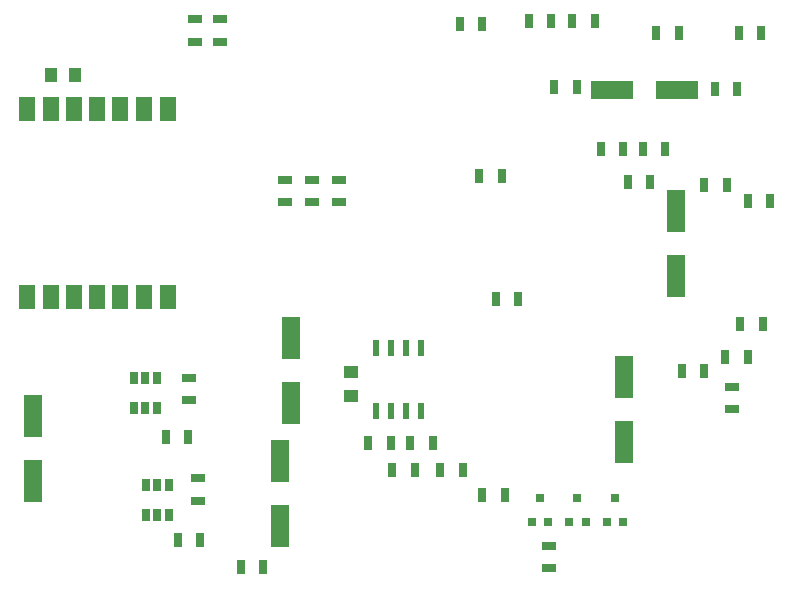
<source format=gbr>
G04 #@! TF.FileFunction,Paste,Bot*
%FSLAX46Y46*%
G04 Gerber Fmt 4.6, Leading zero omitted, Abs format (unit mm)*
G04 Created by KiCad (PCBNEW (2014-12-08 BZR 5317)-product) date mar. 23 déc. 2014 09:04:43 CET*
%MOMM*%
G01*
G04 APERTURE LIST*
%ADD10C,0.100000*%
%ADD11R,1.600200X3.599180*%
%ADD12R,3.599180X1.600200*%
%ADD13R,1.000000X1.250000*%
%ADD14R,1.250000X1.000000*%
%ADD15R,0.800100X0.800100*%
%ADD16R,0.599440X1.399540*%
%ADD17R,1.399540X1.998980*%
%ADD18R,0.700000X1.300000*%
%ADD19R,1.300000X0.700000*%
%ADD20R,0.701040X1.000760*%
G04 APERTURE END LIST*
D10*
D11*
X155067000Y-85554820D03*
X155067000Y-80053180D03*
D12*
X155150820Y-69850000D03*
X149649180Y-69850000D03*
D11*
X150622000Y-99651820D03*
X150622000Y-94150180D03*
D13*
X104124000Y-68580000D03*
X102124000Y-68580000D03*
D14*
X127508000Y-95742000D03*
X127508000Y-93742000D03*
D15*
X150561040Y-106410760D03*
X149158960Y-106410760D03*
X149860000Y-104411780D03*
X147386040Y-106410760D03*
X145983960Y-106410760D03*
X146685000Y-104411780D03*
X144211040Y-106410760D03*
X142808960Y-106410760D03*
X143510000Y-104411780D03*
D16*
X129667000Y-97028000D03*
X129667000Y-91694000D03*
X130937000Y-97028000D03*
X132207000Y-97028000D03*
X133477000Y-97028000D03*
X130937000Y-91694000D03*
X132207000Y-91694000D03*
X133477000Y-91694000D03*
D17*
X111996220Y-87325200D03*
X109994700Y-87353140D03*
X107995720Y-87353140D03*
X106045000Y-87353140D03*
X104094280Y-87353140D03*
X102095300Y-87353140D03*
X100093780Y-87353140D03*
X100093780Y-71452740D03*
X102095300Y-71452740D03*
X104094280Y-71452740D03*
X106045000Y-71452740D03*
X107995720Y-71452740D03*
X109994700Y-71452740D03*
X111996220Y-71452740D03*
D18*
X161102000Y-79248000D03*
X163002000Y-79248000D03*
X160467000Y-89662000D03*
X162367000Y-89662000D03*
D19*
X159766000Y-96835000D03*
X159766000Y-94935000D03*
D18*
X161097000Y-92456000D03*
X159197000Y-92456000D03*
X159319000Y-77851000D03*
X157419000Y-77851000D03*
X160340000Y-65024000D03*
X162240000Y-65024000D03*
X158308000Y-69723000D03*
X160208000Y-69723000D03*
X154112000Y-74803000D03*
X152212000Y-74803000D03*
X148656000Y-74803000D03*
X150556000Y-74803000D03*
X155255000Y-65024000D03*
X153355000Y-65024000D03*
X111826000Y-99187000D03*
X113726000Y-99187000D03*
X157414000Y-93599000D03*
X155514000Y-93599000D03*
X152842000Y-77597000D03*
X150942000Y-77597000D03*
X140269000Y-77089000D03*
X138369000Y-77089000D03*
X146619000Y-69596000D03*
X144719000Y-69596000D03*
X118176000Y-110236000D03*
X120076000Y-110236000D03*
D19*
X144272000Y-110297000D03*
X144272000Y-108397000D03*
D18*
X138618000Y-64262000D03*
X136718000Y-64262000D03*
X142560000Y-64008000D03*
X144460000Y-64008000D03*
X146243000Y-64008000D03*
X148143000Y-64008000D03*
X138623000Y-104140000D03*
X140523000Y-104140000D03*
D19*
X121920000Y-77409000D03*
X121920000Y-79309000D03*
X124206000Y-77409000D03*
X124206000Y-79309000D03*
X126492000Y-79309000D03*
X126492000Y-77409000D03*
D18*
X141666000Y-87503000D03*
X139766000Y-87503000D03*
D19*
X114300000Y-63820000D03*
X114300000Y-65720000D03*
X116459000Y-63820000D03*
X116459000Y-65720000D03*
D18*
X128971000Y-99695000D03*
X130871000Y-99695000D03*
X134427000Y-99695000D03*
X132527000Y-99695000D03*
X131003000Y-101981000D03*
X132903000Y-101981000D03*
X135067000Y-101981000D03*
X136967000Y-101981000D03*
D11*
X100584000Y-97452180D03*
X100584000Y-102953820D03*
X122428000Y-96349820D03*
X122428000Y-90848180D03*
X121539000Y-106763820D03*
X121539000Y-101262180D03*
D19*
X113792000Y-96073000D03*
X113792000Y-94173000D03*
D18*
X112842000Y-107950000D03*
X114742000Y-107950000D03*
D19*
X114554000Y-104582000D03*
X114554000Y-102682000D03*
D20*
X109156500Y-96774000D03*
X110109000Y-96774000D03*
X111061500Y-96774000D03*
X111061500Y-94234000D03*
X110109000Y-94234000D03*
X109156500Y-94234000D03*
X110172500Y-105791000D03*
X111125000Y-105791000D03*
X112077500Y-105791000D03*
X112077500Y-103251000D03*
X111125000Y-103251000D03*
X110172500Y-103251000D03*
M02*

</source>
